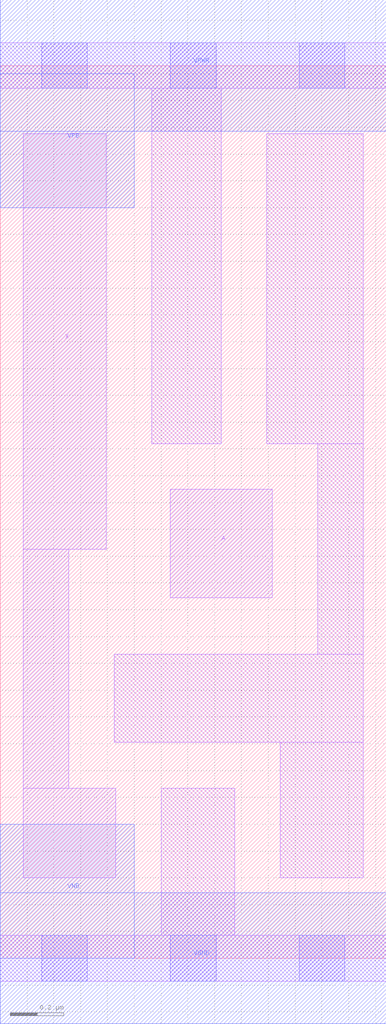
<source format=lef>
# Copyright 2020 The SkyWater PDK Authors
#
# Licensed under the Apache License, Version 2.0 (the "License");
# you may not use this file except in compliance with the License.
# You may obtain a copy of the License at
#
#     https://www.apache.org/licenses/LICENSE-2.0
#
# Unless required by applicable law or agreed to in writing, software
# distributed under the License is distributed on an "AS IS" BASIS,
# WITHOUT WARRANTIES OR CONDITIONS OF ANY KIND, either express or implied.
# See the License for the specific language governing permissions and
# limitations under the License.
#
# SPDX-License-Identifier: Apache-2.0

VERSION 5.5 ;
NAMESCASESENSITIVE ON ;
BUSBITCHARS "[]" ;
DIVIDERCHAR "/" ;
MACRO sky130_fd_sc_lp__clkbuf_1
  CLASS CORE ;
  SOURCE USER ;
  ORIGIN  0.000000  0.000000 ;
  SIZE  1.440000 BY  3.330000 ;
  SYMMETRY X Y R90 ;
  SITE unit ;
  PIN A
    ANTENNAGATEAREA  0.252000 ;
    DIRECTION INPUT ;
    USE SIGNAL ;
    PORT
      LAYER li1 ;
        RECT 0.635000 1.345000 1.015000 1.750000 ;
    END
  END A
  PIN X
    ANTENNADIFFAREA  0.445200 ;
    DIRECTION OUTPUT ;
    USE SIGNAL ;
    PORT
      LAYER li1 ;
        RECT 0.085000 0.300000 0.430000 0.635000 ;
        RECT 0.085000 0.635000 0.255000 1.525000 ;
        RECT 0.085000 1.525000 0.395000 3.075000 ;
    END
  END X
  PIN VGND
    DIRECTION INOUT ;
    USE GROUND ;
    PORT
      LAYER met1 ;
        RECT 0.000000 -0.245000 1.440000 0.245000 ;
    END
  END VGND
  PIN VNB
    DIRECTION INOUT ;
    USE GROUND ;
    PORT
      LAYER met1 ;
        RECT 0.000000 0.000000 0.500000 0.500000 ;
    END
  END VNB
  PIN VPB
    DIRECTION INOUT ;
    USE POWER ;
    PORT
      LAYER met1 ;
        RECT 0.000000 2.800000 0.500000 3.300000 ;
    END
  END VPB
  PIN VPWR
    DIRECTION INOUT ;
    USE POWER ;
    PORT
      LAYER met1 ;
        RECT 0.000000 3.085000 1.440000 3.575000 ;
    END
  END VPWR
  OBS
    LAYER li1 ;
      RECT 0.000000 -0.085000 1.440000 0.085000 ;
      RECT 0.000000  3.245000 1.440000 3.415000 ;
      RECT 0.425000  0.805000 1.355000 1.135000 ;
      RECT 0.565000  1.920000 0.825000 3.245000 ;
      RECT 0.600000  0.085000 0.875000 0.635000 ;
      RECT 0.995000  1.920000 1.355000 3.075000 ;
      RECT 1.045000  0.300000 1.355000 0.805000 ;
      RECT 1.185000  1.135000 1.355000 1.920000 ;
    LAYER mcon ;
      RECT 0.155000 -0.085000 0.325000 0.085000 ;
      RECT 0.155000  3.245000 0.325000 3.415000 ;
      RECT 0.635000 -0.085000 0.805000 0.085000 ;
      RECT 0.635000  3.245000 0.805000 3.415000 ;
      RECT 1.115000 -0.085000 1.285000 0.085000 ;
      RECT 1.115000  3.245000 1.285000 3.415000 ;
  END
END sky130_fd_sc_lp__clkbuf_1

</source>
